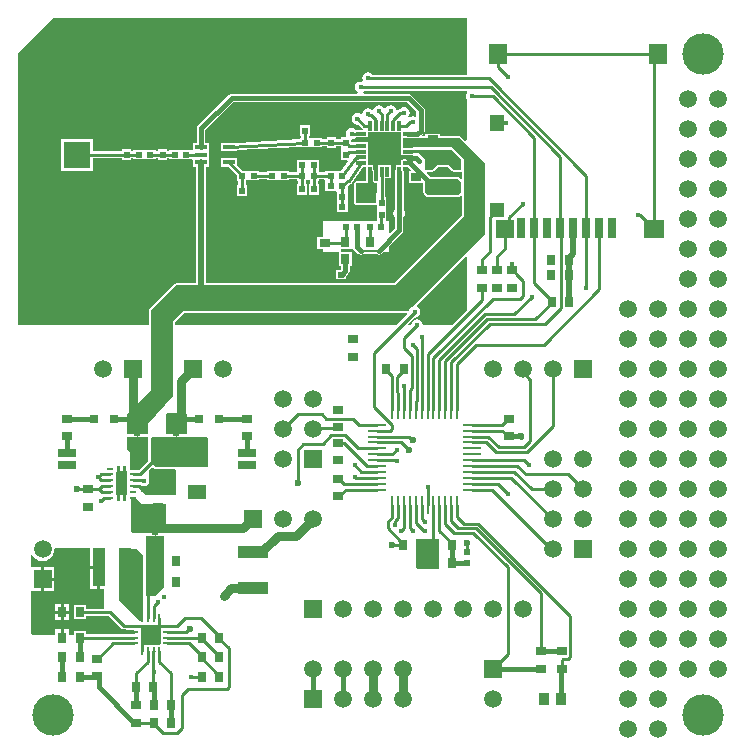
<source format=gtl>
G04*
G04 #@! TF.GenerationSoftware,Altium Limited,Altium Designer,20.1.11 (218)*
G04*
G04 Layer_Physical_Order=1*
G04 Layer_Color=255*
%FSLAX25Y25*%
%MOIN*%
G70*
G04*
G04 #@! TF.SameCoordinates,CF1E9CB3-0BC2-4E6C-9A0D-545EBE8527ED*
G04*
G04*
G04 #@! TF.FilePolarity,Positive*
G04*
G01*
G75*
%ADD11C,0.01000*%
%ADD15R,0.09843X0.03937*%
%ADD30R,0.03150X0.03150*%
%ADD43R,0.03150X0.03543*%
%ADD56C,0.01155*%
%ADD57R,0.02756X0.03543*%
%ADD58R,0.03543X0.02756*%
G04:AMPARAMS|DCode=59|XSize=35.43mil|YSize=78.74mil|CornerRadius=1.95mil|HoleSize=0mil|Usage=FLASHONLY|Rotation=180.000|XOffset=0mil|YOffset=0mil|HoleType=Round|Shape=RoundedRectangle|*
%AMROUNDEDRECTD59*
21,1,0.03543,0.07484,0,0,180.0*
21,1,0.03154,0.07874,0,0,180.0*
1,1,0.00390,-0.01577,0.03742*
1,1,0.00390,0.01577,0.03742*
1,1,0.00390,0.01577,-0.03742*
1,1,0.00390,-0.01577,-0.03742*
%
%ADD59ROUNDEDRECTD59*%
G04:AMPARAMS|DCode=60|XSize=9.84mil|YSize=19.68mil|CornerRadius=1.97mil|HoleSize=0mil|Usage=FLASHONLY|Rotation=270.000|XOffset=0mil|YOffset=0mil|HoleType=Round|Shape=RoundedRectangle|*
%AMROUNDEDRECTD60*
21,1,0.00984,0.01575,0,0,270.0*
21,1,0.00591,0.01968,0,0,270.0*
1,1,0.00394,-0.00787,-0.00295*
1,1,0.00394,-0.00787,0.00295*
1,1,0.00394,0.00787,0.00295*
1,1,0.00394,0.00787,-0.00295*
%
%ADD60ROUNDEDRECTD60*%
G04:AMPARAMS|DCode=61|XSize=9.84mil|YSize=23.62mil|CornerRadius=1.97mil|HoleSize=0mil|Usage=FLASHONLY|Rotation=90.000|XOffset=0mil|YOffset=0mil|HoleType=Round|Shape=RoundedRectangle|*
%AMROUNDEDRECTD61*
21,1,0.00984,0.01968,0,0,90.0*
21,1,0.00591,0.02362,0,0,90.0*
1,1,0.00394,0.00984,0.00295*
1,1,0.00394,0.00984,-0.00295*
1,1,0.00394,-0.00984,-0.00295*
1,1,0.00394,-0.00984,0.00295*
%
%ADD61ROUNDEDRECTD61*%
G04:AMPARAMS|DCode=62|XSize=9.84mil|YSize=23.62mil|CornerRadius=1.97mil|HoleSize=0mil|Usage=FLASHONLY|Rotation=0.000|XOffset=0mil|YOffset=0mil|HoleType=Round|Shape=RoundedRectangle|*
%AMROUNDEDRECTD62*
21,1,0.00984,0.01968,0,0,0.0*
21,1,0.00591,0.02362,0,0,0.0*
1,1,0.00394,0.00295,-0.00984*
1,1,0.00394,-0.00295,-0.00984*
1,1,0.00394,-0.00295,0.00984*
1,1,0.00394,0.00295,0.00984*
%
%ADD62ROUNDEDRECTD62*%
G04:AMPARAMS|DCode=63|XSize=66.93mil|YSize=66.93mil|CornerRadius=2.01mil|HoleSize=0mil|Usage=FLASHONLY|Rotation=0.000|XOffset=0mil|YOffset=0mil|HoleType=Round|Shape=RoundedRectangle|*
%AMROUNDEDRECTD63*
21,1,0.06693,0.06291,0,0,0.0*
21,1,0.06291,0.06693,0,0,0.0*
1,1,0.00402,0.03146,-0.03146*
1,1,0.00402,-0.03146,-0.03146*
1,1,0.00402,-0.03146,0.03146*
1,1,0.00402,0.03146,0.03146*
%
%ADD63ROUNDEDRECTD63*%
%ADD64R,0.06299X0.03150*%
%ADD65R,0.02362X0.01968*%
%ADD66R,0.01968X0.02362*%
%ADD67R,0.04134X0.01772*%
%ADD68R,0.01968X0.01968*%
%ADD69R,0.09000X0.03000*%
%ADD70R,0.01968X0.01968*%
%ADD71R,0.10433X0.10433*%
%ADD72R,0.03347X0.01181*%
%ADD73R,0.01181X0.03347*%
%ADD74O,0.06102X0.00984*%
%ADD75O,0.00984X0.06102*%
%ADD76R,0.06693X0.05906*%
%ADD77R,0.03150X0.06614*%
%ADD78R,0.06299X0.05906*%
%ADD79R,0.05079X0.05118*%
%ADD80R,0.05079X0.05512*%
%ADD81R,0.05906X0.06693*%
%ADD82R,0.03740X0.04134*%
%ADD83R,0.05906X0.04921*%
%ADD84R,0.03937X0.12598*%
%ADD85C,0.03000*%
%ADD86C,0.02100*%
%ADD87C,0.01500*%
%ADD88C,0.00800*%
%ADD89C,0.00000*%
%ADD90R,0.02000X0.00800*%
%ADD91R,0.05906X0.05906*%
%ADD92C,0.05906*%
%ADD93R,0.05906X0.05906*%
%ADD94R,0.08661X0.08661*%
%ADD95C,0.08661*%
%ADD96C,0.01772*%
%ADD97C,0.02362*%
%ADD98C,0.01968*%
%ADD99C,0.02500*%
%ADD100C,0.13780*%
G36*
X291339Y418122D02*
X260019D01*
X259860Y418360D01*
X259236Y418776D01*
X258500Y418923D01*
X257764Y418776D01*
X257140Y418360D01*
X256724Y417736D01*
X256577Y417000D01*
X256724Y416264D01*
X256404Y415842D01*
X256000Y415923D01*
X255264Y415776D01*
X254640Y415360D01*
X254224Y414736D01*
X254077Y414000D01*
X254224Y413264D01*
X254640Y412640D01*
X255035Y412376D01*
X254884Y411876D01*
X213000D01*
X212473Y411772D01*
X212027Y411473D01*
X201802Y401249D01*
X201504Y400802D01*
X201399Y400276D01*
Y395545D01*
X200109D01*
Y393425D01*
X199750Y393084D01*
X196313D01*
X196187Y393084D01*
X195813D01*
X195687Y393084D01*
X192250D01*
Y392685D01*
X191584D01*
Y393250D01*
X188416D01*
Y392685D01*
X187750D01*
Y393084D01*
X184313D01*
X184187Y393084D01*
X183813D01*
X183687Y393084D01*
X180250D01*
Y392685D01*
X179584D01*
Y393250D01*
X176416D01*
Y392669D01*
X166831D01*
Y396831D01*
X156169D01*
Y386169D01*
X166831D01*
Y390268D01*
X176416D01*
Y389687D01*
X179584D01*
Y390284D01*
X180250D01*
Y389916D01*
X183687D01*
X183813Y389916D01*
X184187D01*
X184313Y389916D01*
X187750D01*
Y390284D01*
X188416D01*
Y389687D01*
X191584D01*
Y390284D01*
X192250D01*
Y389916D01*
X195687D01*
X195813Y389916D01*
X196187D01*
X196313Y389916D01*
X199750D01*
X200109Y389576D01*
Y387455D01*
X201093D01*
Y348649D01*
X194500D01*
X194041Y348459D01*
X185541Y339959D01*
X185351Y339500D01*
Y334646D01*
X141732D01*
Y425197D01*
X153543Y437008D01*
X291339D01*
Y418122D01*
D02*
G37*
G36*
X274623Y405930D02*
Y404306D01*
X274183Y404070D01*
X274100Y404125D01*
X273364Y404272D01*
X272628Y404125D01*
X272307Y403911D01*
X271947Y404271D01*
X272276Y404764D01*
X272423Y405500D01*
X272276Y406236D01*
X271860Y406860D01*
X271236Y407276D01*
X270500Y407423D01*
X269764Y407276D01*
X269140Y406860D01*
X268991Y406636D01*
X268856Y406609D01*
X268466Y406349D01*
X268380Y406263D01*
X267838Y406428D01*
X267776Y406736D01*
X267360Y407360D01*
X266736Y407776D01*
X266000Y407923D01*
X265264Y407776D01*
X264640Y407360D01*
X264336Y406904D01*
X264267Y406883D01*
X263799Y406896D01*
X263780Y406904D01*
X263456Y407388D01*
X262833Y407805D01*
X262097Y407951D01*
X261361Y407805D01*
X260737Y407388D01*
X260320Y406764D01*
X260276Y406541D01*
X260098Y406454D01*
X259734Y406379D01*
X259199Y406736D01*
X258463Y406882D01*
X257728Y406736D01*
X257104Y406319D01*
X256687Y405695D01*
X256599Y405254D01*
X256059Y405013D01*
X255720Y405240D01*
X254984Y405386D01*
X254248Y405240D01*
X253624Y404823D01*
X253208Y404199D01*
X253061Y403463D01*
X253208Y402728D01*
X253624Y402104D01*
X254248Y401687D01*
X254984Y401541D01*
X255240Y401591D01*
X256447Y400384D01*
X256448Y400384D01*
X256811Y400141D01*
X256958Y400112D01*
X256909Y399612D01*
X256373D01*
X256323Y399622D01*
X254519D01*
X254360Y399860D01*
X253736Y400276D01*
X253000Y400423D01*
X252264Y400276D01*
X251640Y399860D01*
X251224Y399236D01*
X251077Y398500D01*
X251224Y397764D01*
X251273Y397691D01*
X251037Y397250D01*
X249516D01*
Y396701D01*
X249000D01*
X249000Y396701D01*
X249000Y396701D01*
X247884D01*
Y397213D01*
X244716D01*
Y396701D01*
X243250D01*
Y397084D01*
X239813D01*
X239687Y397084D01*
X239313D01*
X239216Y397084D01*
X238716Y397154D01*
Y397750D01*
X239084D01*
Y401313D01*
X235916D01*
Y397750D01*
X236315D01*
Y397084D01*
X235750D01*
Y396601D01*
X215023Y395421D01*
X214891Y395545D01*
Y395545D01*
X209558D01*
Y392573D01*
X214891D01*
Y393008D01*
X235471Y394180D01*
X235750Y393916D01*
Y393916D01*
X239187D01*
X239313Y393916D01*
X239687D01*
X239813Y393916D01*
X243250D01*
Y394299D01*
X244716D01*
Y393650D01*
X247884D01*
Y394299D01*
X249516D01*
Y393687D01*
X249516D01*
Y393313D01*
X249516D01*
Y389750D01*
X251617D01*
X251849Y389307D01*
X249608Y386084D01*
X248313D01*
X248187Y386084D01*
X247813D01*
X247687Y386084D01*
X244250D01*
Y385701D01*
X242530D01*
X242250Y386201D01*
X242250Y386416D01*
X242250D01*
Y389584D01*
X238813D01*
X238687Y389584D01*
X238313D01*
X238187Y389584D01*
X234750D01*
Y386416D01*
X234750D01*
X234750Y386084D01*
X234470Y385701D01*
X232250D01*
Y386084D01*
X228813D01*
X228687Y386084D01*
X228313D01*
X228187Y386084D01*
X224750D01*
Y385701D01*
X222250D01*
Y386084D01*
X218813D01*
X218687Y386084D01*
X218313D01*
X218187Y386084D01*
X216668D01*
X214891Y387916D01*
Y390427D01*
X209558D01*
Y387455D01*
X211993D01*
X214750Y384612D01*
Y382916D01*
X214966D01*
X215319Y382561D01*
X215311Y381250D01*
X214916D01*
Y377687D01*
X218084D01*
Y381250D01*
X218066D01*
X217714Y381604D01*
X217722Y382916D01*
X218187D01*
X218313Y382916D01*
X218687D01*
X218813Y382916D01*
X222250D01*
Y383299D01*
X224750D01*
Y382916D01*
X228187D01*
X228313Y382916D01*
X228687D01*
X228813Y382916D01*
X232250D01*
Y383299D01*
X234750D01*
Y382916D01*
X234965D01*
X235317Y382561D01*
X235312Y381750D01*
X234916D01*
Y378187D01*
X238084D01*
Y381750D01*
X238068D01*
X237715Y382104D01*
X237721Y382916D01*
X238187D01*
X238313Y382916D01*
X238687D01*
X238813Y382916D01*
X239279D01*
X239284Y382104D01*
X238932Y381750D01*
X238916D01*
Y378187D01*
X242084D01*
Y381750D01*
X241688D01*
X241683Y382561D01*
X242035Y382916D01*
X242250D01*
Y383299D01*
X243969D01*
X244250Y382916D01*
Y382584D01*
X244250D01*
Y379416D01*
X247687D01*
X247825Y379416D01*
X248187Y378916D01*
Y375916D01*
X248187D01*
Y375584D01*
X248187D01*
Y372416D01*
X251750D01*
Y375584D01*
X251750D01*
Y375916D01*
X251750D01*
Y379084D01*
X251750D01*
X251750Y379416D01*
X251750D01*
Y380921D01*
X252671Y381688D01*
X252692Y381714D01*
X252848Y381818D01*
X253005Y382053D01*
X253069Y382113D01*
X256939Y387388D01*
X257888D01*
Y386471D01*
X257807Y386350D01*
X257702Y385823D01*
Y382649D01*
X254500D01*
X254041Y382459D01*
X253851Y382000D01*
Y375500D01*
X254041Y375041D01*
X254500Y374851D01*
X261000D01*
X261416Y374573D01*
Y373687D01*
X261416D01*
Y373313D01*
X261416D01*
Y369750D01*
X261019Y369500D01*
X243500D01*
Y363931D01*
X241628D01*
Y359975D01*
X243500D01*
Y359000D01*
X248790Y359000D01*
Y354274D01*
X249588D01*
Y353369D01*
X249303Y353084D01*
X247687D01*
Y349916D01*
X251250D01*
Y351138D01*
X251938Y351826D01*
X252236Y352273D01*
X252341Y352799D01*
Y354274D01*
X253139D01*
Y359017D01*
X249500D01*
Y359983D01*
X253139D01*
X253139Y359983D01*
X253639Y359993D01*
X253798Y359755D01*
X255027Y358527D01*
X255473Y358228D01*
X256000Y358123D01*
X256527Y358228D01*
X256904Y358480D01*
X261096D01*
X261473Y358228D01*
X262000Y358123D01*
X262527Y358228D01*
X262973Y358527D01*
X263447Y359000D01*
X265500D01*
Y361053D01*
X269876Y365430D01*
X270175Y365876D01*
X270280Y366403D01*
Y370569D01*
X270679Y371167D01*
X270826Y371903D01*
X270679Y372639D01*
X270337Y373151D01*
Y385783D01*
X270337Y385784D01*
X270232Y386310D01*
X270112Y386491D01*
Y387351D01*
X271731D01*
X272689Y386393D01*
X272498Y385931D01*
X272128D01*
Y381975D01*
X276851D01*
Y380944D01*
X276851Y379000D01*
X277041Y378541D01*
X278041Y377541D01*
X278500Y377351D01*
X281500Y377351D01*
X281619Y377400D01*
X285381D01*
X285500Y377351D01*
X288500Y377351D01*
X288797Y377474D01*
X288959Y377541D01*
X289389Y377970D01*
X289851Y377779D01*
X289851Y371269D01*
X267231Y348650D01*
X204458Y348649D01*
Y387455D01*
X205443D01*
Y390014D01*
Y392573D01*
Y395545D01*
X204152D01*
Y399705D01*
X213570Y409124D01*
X271430D01*
X274623Y405930D01*
D02*
G37*
G36*
X291339Y411908D02*
X291224Y411736D01*
X291077Y411000D01*
X291224Y410264D01*
X291339Y410092D01*
Y396233D01*
X290877Y396042D01*
X289459Y397459D01*
X289000Y397649D01*
X282372Y397649D01*
Y398525D01*
X277628D01*
Y397649D01*
X276749D01*
X276558Y398111D01*
X276973Y398527D01*
X277272Y398973D01*
X277377Y399500D01*
Y406500D01*
X277272Y407027D01*
X276973Y407473D01*
X276973Y407473D01*
X272973Y411473D01*
X272527Y411772D01*
X272000Y411876D01*
X257116D01*
X256965Y412376D01*
X257360Y412640D01*
X257519Y412878D01*
X291339D01*
Y411908D01*
D02*
G37*
G36*
X289500Y390000D02*
X289500Y390000D01*
X289500Y386500D01*
X287000Y386500D01*
X285500Y388000D01*
Y390000D01*
X281500D01*
Y388000D01*
X280000Y386500D01*
X277500Y386500D01*
X277500Y390000D01*
X277500Y390000D01*
X277500D01*
X277279Y390220D01*
X277276Y390236D01*
X276860Y390860D01*
X276236Y391276D01*
X276220Y391280D01*
X275500Y392000D01*
X270000D01*
Y392284D01*
X270023Y392400D01*
X270000Y392516D01*
Y393000D01*
X286500D01*
X289500Y390000D01*
D02*
G37*
G36*
X286541Y386041D02*
X286541Y386040D01*
X286541Y386040D01*
X286764Y385948D01*
X287000Y385850D01*
X287000Y385850D01*
X287000Y385850D01*
X289351Y385851D01*
X289753Y385565D01*
X289850Y385455D01*
Y383721D01*
X289389Y383530D01*
X288959Y383959D01*
X288500Y384149D01*
X279269D01*
X278030Y385389D01*
X278221Y385851D01*
X280000Y385850D01*
X280000Y385850D01*
X280000Y385850D01*
X280178Y385924D01*
X280459Y386040D01*
X280459Y386040D01*
X280459Y386041D01*
X281818Y387400D01*
X285182D01*
X286541Y386041D01*
D02*
G37*
G36*
X273721Y388779D02*
X273724Y388764D01*
X274140Y388140D01*
X274764Y387724D01*
X274779Y387721D01*
X279000Y383500D01*
X288500D01*
X289500Y382500D01*
X289500Y379000D01*
X288500Y378000D01*
X285500Y378000D01*
Y380750D01*
X281500D01*
Y378000D01*
X278500Y378000D01*
X277500Y379000D01*
X277500Y380944D01*
Y382500D01*
X272000Y388000D01*
X270112D01*
Y388096D01*
X270000D01*
Y389000D01*
X273500D01*
X273721Y388779D01*
D02*
G37*
G36*
X261000Y375500D02*
X254500D01*
Y382000D01*
X261000D01*
Y375500D01*
D02*
G37*
G36*
X269404Y397129D02*
X269351Y397000D01*
X269351Y395016D01*
X269373Y394962D01*
X269363Y394910D01*
X269365Y394900D01*
X269363Y394890D01*
X269373Y394838D01*
X269351Y394784D01*
Y394000D01*
X269404Y393871D01*
Y393129D01*
X269351Y393000D01*
Y392516D01*
X269373Y392462D01*
X269363Y392410D01*
X269365Y392400D01*
X269363Y392389D01*
X269373Y392338D01*
X269351Y392284D01*
Y392000D01*
X269404Y391871D01*
Y391325D01*
X270018D01*
X270356Y390825D01*
X270301Y390547D01*
X270356Y390269D01*
X270018Y389769D01*
X269404D01*
Y389129D01*
X269351Y389000D01*
Y388096D01*
X267731D01*
Y386471D01*
X267650Y386350D01*
X267545Y385823D01*
X267584Y385625D01*
Y373290D01*
X267544Y373263D01*
X267127Y372639D01*
X266980Y371903D01*
X267127Y371167D01*
X267527Y370569D01*
Y366973D01*
X265962Y365408D01*
X265500Y365600D01*
Y369500D01*
X264981D01*
X264584Y369750D01*
Y373313D01*
X264584D01*
Y373687D01*
X264584D01*
Y377250D01*
X264201D01*
Y383550D01*
X266175D01*
Y388096D01*
X261825D01*
Y385873D01*
X261815Y385823D01*
Y384804D01*
X261799Y384724D01*
Y382872D01*
X260501D01*
X260455Y382939D01*
Y385823D01*
X260350Y386350D01*
X260269Y386471D01*
Y388096D01*
X258596D01*
Y391325D01*
Y395675D01*
X256373D01*
X256323Y395685D01*
X252684D01*
Y396318D01*
X253000Y396577D01*
X253736Y396724D01*
X254360Y397140D01*
X254413Y397221D01*
X256323D01*
X256373Y397231D01*
X258596D01*
Y398904D01*
X269404D01*
Y397129D01*
D02*
G37*
G36*
X289000Y397000D02*
X297500Y388500D01*
X297500Y365000D01*
X273280Y340779D01*
X273264Y340776D01*
X272640Y340360D01*
X272224Y339736D01*
X272221Y339721D01*
X272000Y339500D01*
X197000Y339500D01*
X193500Y336000D01*
X193500Y311011D01*
X185000Y301721D01*
X185000Y298300D01*
X178000D01*
Y301500D01*
X178000D01*
Y302701D01*
Y305000D01*
X178000Y305000D01*
Y305000D01*
X186000Y313000D01*
X186000Y339500D01*
X194500Y348000D01*
X267500Y348000D01*
X290500Y371000D01*
X290500Y390000D01*
X286500Y394000D01*
X270000D01*
Y394784D01*
X270023Y394900D01*
X270000Y395016D01*
X270000Y397000D01*
X289000Y397000D01*
D02*
G37*
G36*
X291339Y357267D02*
Y339525D01*
X286459Y334646D01*
X276756D01*
X276735Y334671D01*
X276589Y335407D01*
X276172Y336031D01*
X275548Y336448D01*
X274812Y336594D01*
X274076Y336448D01*
X273453Y336031D01*
X273036Y335407D01*
X272889Y334671D01*
X272868Y334646D01*
X271997D01*
X271806Y335108D01*
X273812Y337115D01*
X274000Y337077D01*
X274736Y337224D01*
X275360Y337640D01*
X275776Y338264D01*
X275923Y339000D01*
X275776Y339736D01*
X275360Y340360D01*
X274835Y340710D01*
X274677Y341259D01*
X290877Y357458D01*
X291339Y357267D01*
D02*
G37*
G36*
X271445Y338850D02*
X271653Y338351D01*
X267948Y334646D01*
X194149D01*
Y335731D01*
X197269Y338850D01*
X271445Y338850D01*
D02*
G37*
G36*
X198000Y305000D02*
X198000Y298300D01*
X191000D01*
X191000Y305000D01*
X191500Y305500D01*
X197500D01*
X198000Y305000D01*
D02*
G37*
G36*
X205000Y297000D02*
X205000Y287500D01*
X187500D01*
X186000Y289000D01*
Y297000D01*
X186500Y297500D01*
X204500Y297500D01*
X205000Y297000D01*
D02*
G37*
G36*
X185000Y289500D02*
X182000Y286500D01*
X179000Y286500D01*
Y292500D01*
X178000Y293500D01*
Y297500D01*
X185000D01*
Y289500D01*
D02*
G37*
G36*
X177852Y285874D02*
X178148D01*
Y278000D01*
X177852D01*
Y276031D01*
X176868D01*
Y278000D01*
X175884D01*
Y276031D01*
X174900D01*
Y278000D01*
X174604D01*
Y285874D01*
X174900D01*
Y287842D01*
X175884D01*
Y285874D01*
X176868D01*
Y287842D01*
X177852D01*
Y285874D01*
D02*
G37*
G36*
X187139Y287000D02*
X187500Y286851D01*
X194149D01*
X194500Y286500D01*
X194500Y278500D01*
X194000Y278000D01*
X184419Y278000D01*
X182168Y280251D01*
Y280943D01*
X182668Y281210D01*
X182936Y281031D01*
X183672Y280885D01*
X184408Y281031D01*
X185032Y281448D01*
X185449Y282071D01*
X185595Y282807D01*
X185449Y283543D01*
X185423Y283582D01*
Y286337D01*
X186086Y287000D01*
X187139D01*
D02*
G37*
G36*
X180600Y277400D02*
X183000Y275000D01*
X191000Y275000D01*
X191000Y265500D01*
X180000D01*
X179500Y266000D01*
Y277500D01*
X180600D01*
Y277400D01*
D02*
G37*
G36*
X165701Y254500D02*
X168669D01*
Y254000D01*
X169169D01*
Y246701D01*
X170500D01*
Y240122D01*
X164431D01*
Y241372D01*
X160475D01*
Y236628D01*
X164431D01*
Y237878D01*
X172035D01*
X176238Y233676D01*
X176238Y233675D01*
X176602Y233432D01*
X177032Y233347D01*
X177895D01*
X178180Y233000D01*
X180500D01*
Y232000D01*
X178180D01*
X177895Y231653D01*
X164478D01*
Y232872D01*
X160522D01*
Y231500D01*
X158972D01*
Y233272D01*
X154217D01*
Y231500D01*
X153000D01*
Y231500D01*
X146500D01*
X146000Y232000D01*
Y245567D01*
X146047Y246047D01*
X146500Y246047D01*
X149500D01*
Y250000D01*
Y253953D01*
X146500D01*
X146000Y254433D01*
Y258021D01*
X146500Y258121D01*
X146547Y258007D01*
X147181Y257181D01*
X148007Y256547D01*
X148968Y256149D01*
X150000Y256013D01*
X151032Y256149D01*
X151993Y256547D01*
X152819Y257181D01*
X153453Y258007D01*
X153851Y258968D01*
X153987Y260000D01*
X153971Y260124D01*
X154300Y260500D01*
X165701D01*
Y254500D01*
D02*
G37*
G36*
X282000Y253500D02*
X275000D01*
X274500Y254000D01*
X274500Y263500D01*
X282000D01*
Y253500D01*
D02*
G37*
G36*
X190500Y264500D02*
Y247500D01*
X187500Y244500D01*
X184500D01*
Y264500D01*
X190500Y264500D01*
D02*
G37*
G36*
X183500Y258000D02*
Y236000D01*
X182500D01*
X175500Y243000D01*
Y260000D01*
X181500D01*
X183500Y258000D01*
D02*
G37*
%LPC*%
G36*
X153953Y253953D02*
X150500D01*
Y250500D01*
X153953D01*
Y253953D01*
D02*
G37*
G36*
X168169Y253500D02*
X165701D01*
Y246701D01*
X168169D01*
Y253500D01*
D02*
G37*
G36*
X153953Y249500D02*
X150500D01*
Y246047D01*
X153953D01*
Y249500D01*
D02*
G37*
G36*
X158925Y241772D02*
X157047D01*
Y239500D01*
X158925D01*
Y241772D01*
D02*
G37*
G36*
X156047D02*
X154169D01*
Y239500D01*
X156047D01*
Y241772D01*
D02*
G37*
G36*
X158925Y238500D02*
X157047D01*
Y236228D01*
X158925D01*
Y238500D01*
D02*
G37*
G36*
X156047D02*
X154169D01*
Y236228D01*
X156047D01*
Y238500D01*
D02*
G37*
%LPD*%
D11*
X274674Y309256D02*
Y326826D01*
X274406Y308988D02*
X274674Y309256D01*
X274406Y306500D02*
Y308988D01*
X273500Y328000D02*
X274674Y326826D01*
X273172Y313672D02*
Y324328D01*
X272437Y312937D02*
X273172Y313672D01*
X270500Y327000D02*
X273172Y324328D01*
X272437Y306500D02*
Y312937D01*
X270468Y314292D02*
X270484Y314308D01*
X270468Y306500D02*
Y314292D01*
X268098Y317252D02*
X270453Y319606D01*
X268098Y312496D02*
Y317252D01*
Y312496D02*
X268500Y312094D01*
Y306500D02*
Y312094D01*
X266531Y306500D02*
Y317622D01*
X264547Y319606D02*
X266531Y317622D01*
X260500Y307500D02*
X266500Y301500D01*
X261512Y299512D02*
X265914D01*
X266500Y300098D01*
Y301500D01*
X301575Y357575D02*
X304051Y360051D01*
X301575Y352917D02*
Y357575D01*
X304051Y360051D02*
Y366571D01*
X305579Y368099D01*
X313933Y366925D02*
Y397067D01*
Y348614D02*
Y366925D01*
Y348614D02*
X320047Y342500D01*
X300000Y343500D02*
X309000D01*
X310000Y344500D02*
Y349492D01*
X309000Y343500D02*
X310000Y344500D01*
X307769Y351723D02*
X310000Y349492D01*
X307310Y338310D02*
X313000Y344000D01*
X297629Y338310D02*
X307310D01*
X317362Y335000D02*
X322700Y340338D01*
X322594Y366925D02*
Y390746D01*
X322700Y340338D02*
Y366820D01*
X322594Y366925D02*
X322700Y366820D01*
X314202Y336655D02*
X320047Y342500D01*
X298314Y336655D02*
X314202D01*
X288185Y306500D02*
Y321845D01*
X294340Y328000D01*
X284248Y322588D02*
X298314Y336655D01*
X284248Y306500D02*
Y322588D01*
X278343Y324942D02*
X296575Y343175D01*
Y347012D01*
X278343Y306500D02*
Y324942D01*
X353500Y366571D02*
X353894D01*
X351125Y368946D02*
X353500Y366571D01*
X351125Y368946D02*
Y369340D01*
X349082Y371382D02*
X351125Y369340D01*
X348618Y371382D02*
X349082D01*
X348500Y371500D02*
X348618Y371382D01*
X310000Y375000D02*
X310000D01*
X305579Y368099D02*
Y370580D01*
X310000Y375000D01*
X301925Y420575D02*
Y425035D01*
Y420575D02*
X305000Y417500D01*
X301512Y402201D02*
X301713Y402000D01*
X304500D01*
X280311Y306500D02*
Y323811D01*
X300000Y343500D01*
X306575Y352917D02*
X306968D01*
X307769Y352117D01*
Y351723D02*
Y352117D01*
X276501Y330151D02*
Y330587D01*
X276619Y330705D01*
X276374Y330024D02*
X276501Y330151D01*
X273500Y328000D02*
X273500D01*
X270500Y327000D02*
Y330500D01*
X276374Y306500D02*
Y330024D01*
X274567Y334427D02*
X274812Y334671D01*
X260500Y325500D02*
X274000Y339000D01*
X260500Y307500D02*
Y308500D01*
Y325500D01*
X270500Y330500D02*
X274427Y334427D01*
X274567D01*
X272434Y402349D02*
X273364D01*
X254984Y403463D02*
X255007Y403440D01*
Y403411D02*
Y403440D01*
Y403411D02*
X257241Y401177D01*
X259079D01*
X253500Y398500D02*
X253579Y398421D01*
X256323D01*
X253000Y398500D02*
X253500D01*
X258581Y404842D02*
X259343D01*
X262097Y405862D02*
Y406029D01*
X258463Y404959D02*
X258581Y404842D01*
X262097Y405862D02*
X263016Y404943D01*
X259343Y404842D02*
X261034Y403151D01*
X254031Y287968D02*
X256260Y285740D01*
X254000Y287968D02*
X254031D01*
X300000Y411000D02*
X313933Y397067D01*
X293000Y411000D02*
X300000D01*
X331256Y366925D02*
Y384425D01*
X256000Y414000D02*
X299341D01*
X322594Y390746D01*
X298681Y417000D02*
X331256Y384425D01*
X258500Y417000D02*
X298681D01*
X264984Y404984D02*
X266000Y406000D01*
X263016Y401177D02*
Y404943D01*
X282279Y306500D02*
Y322961D01*
X297629Y338310D01*
X286216Y322217D02*
X299000Y335000D01*
X286216Y306500D02*
Y322217D01*
X299000Y335000D02*
X317362D01*
X294340Y328000D02*
X317000D01*
X331256Y347256D02*
Y366925D01*
X331000Y347000D02*
X331256Y347256D01*
X317000Y328000D02*
X335587Y346587D01*
Y366925D01*
X306500Y352992D02*
X306575Y352917D01*
X306500Y352992D02*
Y355000D01*
X296575Y352917D02*
Y356575D01*
X299000Y359000D01*
X301512Y373047D02*
Y373067D01*
X299000Y370535D02*
X301512Y373047D01*
X299000Y359000D02*
Y370535D01*
X353894Y366571D02*
Y423854D01*
X355075Y425035D01*
X301925D02*
X355075D01*
X266966Y403151D02*
X269315Y405500D01*
X270500D01*
X156595Y233914D02*
X157180Y234500D01*
X162500Y230500D02*
X162531Y230532D01*
X170500Y234500D02*
X172500Y232500D01*
X170516Y277016D02*
X172636D01*
X169500Y276000D02*
X170516Y277016D01*
X169921Y278984D02*
X172636D01*
X168709Y283791D02*
Y284000D01*
Y283791D02*
X169579Y282921D01*
X168709Y284000D02*
X169599Y284890D01*
X172636D01*
X169579Y282921D02*
X172636D01*
X172152Y280955D02*
X172154Y280953D01*
X172636D01*
X169955Y280955D02*
X172152D01*
X183059Y226004D02*
X183067Y226012D01*
Y228571D01*
X177032Y234469D02*
X180500D01*
X180508Y234461D01*
X183067D01*
X180116Y277016D02*
X180593D01*
X180600Y277008D01*
Y276532D02*
Y277008D01*
Y276532D02*
X183171Y273961D01*
X180116Y284890D02*
X182390D01*
X180116Y280953D02*
X180124Y280945D01*
X182181D01*
X180116Y282921D02*
X183421D01*
X187000Y202047D02*
X187047Y202000D01*
Y201606D02*
Y202000D01*
X186953Y214000D02*
X186988Y214035D01*
Y225996D02*
X186996Y226004D01*
X188957Y234461D02*
X188957Y234461D01*
X187980Y233484D02*
X188957Y234461D01*
Y237020D02*
X188965Y237028D01*
X188957Y234461D02*
Y237020D01*
X186996Y240996D02*
X188500Y242500D01*
X188547Y248606D02*
Y249000D01*
X187213Y289713D02*
Y289988D01*
X188091Y290866D01*
X188484D01*
X196409Y211288D02*
X198621Y213500D01*
X194968Y234469D02*
X197500Y237000D01*
X197733Y232500D02*
X198733Y233500D01*
X199000D01*
X203047Y230106D02*
Y230500D01*
X203016Y230532D02*
X203047Y230500D01*
X211414Y213500D02*
X212000Y214086D01*
X208953Y217500D02*
Y217894D01*
Y230106D02*
Y230894D01*
Y230106D02*
X212000Y227059D01*
X235000Y293027D02*
X236973Y295000D01*
X248500Y277547D02*
X248894D01*
X254181Y284181D02*
X254598Y283764D01*
X248894Y283453D02*
X250551Y281795D01*
X248500Y283453D02*
X248894D01*
X261504Y285740D02*
X261512Y285732D01*
X261034Y401190D02*
X261047Y401177D01*
X269169Y262772D02*
X269169D01*
X270047Y261894D01*
Y261500D02*
Y261894D01*
X266500Y261500D02*
X270047D01*
X266500Y261500D02*
X266500Y261500D01*
X265000Y266941D02*
Y269121D01*
X266531Y270653D01*
X267500Y269500D02*
X268500Y270500D01*
X267500Y268000D02*
Y269500D01*
X269500Y266000D02*
X270468Y266968D01*
X266638Y291638D02*
X268000Y293000D01*
X267831Y289669D02*
X268000Y289500D01*
X266953Y401177D02*
X266966Y401190D01*
X268921Y401177D02*
X271263D01*
X277126Y266000D02*
X277563D01*
X274406Y268720D02*
X277126Y266000D01*
X276382Y270118D02*
X277500Y269000D01*
X276374Y274807D02*
X276382Y274799D01*
X278343Y280842D02*
X278500Y281000D01*
X273276Y296500D02*
X273500D01*
X286453Y261500D02*
Y261894D01*
X284248Y268252D02*
X287000Y265500D01*
X291500Y259043D02*
Y262000D01*
X290500Y268500D02*
X295121D01*
X288500Y267000D02*
X294500D01*
X300000Y220000D02*
X300047Y220047D01*
X305106Y297547D02*
X305500D01*
X305106Y303453D02*
X305500D01*
X323000Y222889D02*
X323586Y223475D01*
X325227D01*
X323000Y220047D02*
Y222889D01*
X156595Y230500D02*
Y233914D01*
X161547Y279953D02*
X165000D01*
X161500Y280000D02*
X161547Y279953D01*
X168953D02*
X169955Y280955D01*
X168953Y279953D02*
X169921Y278984D01*
X181047Y214000D02*
Y218547D01*
X182181Y280945D02*
X183260Y279866D01*
X187047Y201606D02*
X190092Y198561D01*
X186988Y214035D02*
Y225996D01*
X185028Y222528D02*
Y226004D01*
X188965Y222535D02*
Y226004D01*
X186996Y237028D02*
Y240996D01*
X185028Y237028D02*
Y245087D01*
X188547Y248606D01*
X186012Y231516D02*
X187980Y233484D01*
X196409Y200233D02*
Y211288D01*
X194737Y198561D02*
X196409Y200233D01*
X192953Y208000D02*
Y218547D01*
X203047Y223606D02*
Y224000D01*
Y224394D01*
X212000Y214086D02*
Y227059D01*
X208953Y224000D02*
Y224394D01*
X243342Y295000D02*
X246273Y297931D01*
X243000Y305000D02*
X244500Y303500D01*
X248894Y277547D02*
X251173Y279827D01*
X250727Y297931D02*
X255052Y293606D01*
X258291Y287709D02*
X261504D01*
X261512Y287701D01*
Y295575D02*
X261520Y295567D01*
X261034Y401190D02*
Y403151D01*
X265000Y266941D02*
X269169Y262772D01*
X266531Y270653D02*
Y274807D01*
X268500Y270500D02*
Y274807D01*
X270468Y266968D02*
Y274807D01*
X270453Y319606D02*
Y320000D01*
X264547Y319606D02*
Y320000D01*
X266966Y401190D02*
Y403151D01*
X271263Y401177D02*
X272434Y402349D01*
X278343Y274807D02*
Y280842D01*
X274406Y268720D02*
Y274807D01*
X276382Y270118D02*
Y274799D01*
X286216Y269284D02*
Y274807D01*
X284248Y268252D02*
Y274807D01*
X282279Y266067D02*
Y274807D01*
Y266067D02*
X286453Y261894D01*
X297925Y295575D02*
X301000Y292500D01*
X298457Y297543D02*
X302000Y294000D01*
X308299Y287701D02*
X311000Y285000D01*
X310000Y318962D02*
Y320000D01*
X312500Y296000D02*
Y316461D01*
X325227Y223475D02*
X325872Y224119D01*
X235000Y282175D02*
Y293027D01*
X305000Y225000D02*
Y254000D01*
X316000Y225953D02*
Y245500D01*
X325872Y224119D02*
Y237750D01*
X190092Y198561D02*
X194737D01*
X181000Y202047D02*
X187000D01*
X181047Y218547D02*
X185028Y222528D01*
X188965Y222535D02*
X192953Y218547D01*
X168000Y223453D02*
X168394D01*
X183067Y228571D02*
X184043Y229547D01*
X173504Y228563D02*
X180500D01*
X191524Y234469D02*
X194968D01*
X172500Y232500D02*
X180500D01*
X172500Y239000D02*
X177032Y234469D01*
X191516Y234461D02*
X191524Y234469D01*
X188957Y234461D02*
X191516D01*
X183067D02*
X184043Y233484D01*
X183171Y273961D02*
X188484D01*
X183535Y282807D02*
X183672D01*
X183421Y282921D02*
X183535Y282807D01*
X192000Y283000D02*
X192366Y282634D01*
X198621Y213500D02*
X211414D01*
X199500Y217500D02*
X199500Y217500D01*
X203047D01*
X207882Y218772D02*
X208075D01*
X208953Y217894D01*
X203047Y230106D02*
X207882Y225272D01*
X208075D01*
X197500Y237000D02*
X202846D01*
X236973Y295000D02*
X243342D01*
X248500Y295453D02*
X250547D01*
X246273Y297931D02*
X250727D01*
X240000Y300000D02*
X240274Y300274D01*
X248226D01*
X248500Y300547D01*
X235000Y305000D02*
X243000D01*
X288185Y270815D02*
X290500Y268500D01*
X286216Y269284D02*
X288500Y267000D01*
X272437Y267063D02*
X273500Y266000D01*
X280311Y274807D02*
X280319Y274799D01*
X261512Y289669D02*
X267831D01*
X261512Y291638D02*
X266638D01*
X272233Y297543D02*
X273276Y296500D01*
X261512Y297543D02*
X272233D01*
X319500Y260000D02*
X320000D01*
X293205Y285732D02*
X307268D01*
X293205Y283764D02*
X306236D01*
X293205Y281795D02*
X301705D01*
X301000Y292500D02*
X311500D01*
X302000Y294000D02*
X310500D01*
X293205Y289669D02*
X310331D01*
X293205Y297543D02*
X298457D01*
X293205Y299512D02*
X303142D01*
X305106Y297547D01*
X293205Y301480D02*
X303134D01*
X305106Y303453D01*
X310000Y318962D02*
X312500Y316461D01*
X184043Y233484D02*
X186012Y231516D01*
X184043Y229547D02*
X186012Y231516D01*
X188484Y279866D02*
X192366D01*
X183260D02*
X188484D01*
X182390Y284890D02*
X187213Y289713D01*
X165000Y279953D02*
X168953D01*
X192366Y279866D02*
Y282634D01*
X203047Y223606D02*
X207882Y218772D01*
X208075Y225272D02*
X208953Y224394D01*
X202846Y237000D02*
X208953Y230894D01*
X244500Y303500D02*
X253500D01*
X255520Y301480D01*
X230000Y300000D02*
X235000Y305000D01*
X288185Y270815D02*
Y274807D01*
X272437Y267063D02*
Y274807D01*
X280319Y261500D02*
Y274799D01*
X269433Y295567D02*
X272000Y293000D01*
X261520Y295567D02*
X269433D01*
X264984Y401177D02*
Y404984D01*
X300047Y220047D02*
X305000Y225000D01*
X293205Y287701D02*
X308299D01*
X310331Y289669D02*
X312000Y288000D01*
X307268Y285732D02*
X313000Y280000D01*
X320000D01*
X306236Y283764D02*
X320000Y270000D01*
X301705Y281795D02*
X305000Y278500D01*
X293205Y279827D02*
X299673D01*
X310500Y294000D02*
X312500Y296000D01*
X320000Y301000D02*
Y320000D01*
X311500Y292500D02*
X320000Y301000D01*
X293205Y295575D02*
X297925D01*
X325000Y285000D02*
X330000Y280000D01*
X168394Y223453D02*
X173504Y228563D01*
X198878D02*
X203047Y224394D01*
X250547Y295453D02*
X258291Y287709D01*
X294500Y267000D02*
X316000Y245500D01*
X293500Y265500D02*
X305000Y254000D01*
X299673Y279827D02*
X319500Y260000D01*
X191524Y230532D02*
X203016D01*
X191524Y228563D02*
X198878D01*
X162531Y230532D02*
X180500D01*
X191524Y232500D02*
X197733D01*
X157180Y234500D02*
X170500D01*
X162453Y239000D02*
X172500D01*
X256260Y285740D02*
X261504D01*
X250551Y281795D02*
X261512D01*
X254598Y283764D02*
X261512D01*
X255052Y293606D02*
X261512D01*
X255520Y301480D02*
X261512D01*
X287000Y265500D02*
X293500D01*
X311000Y285000D02*
X325000D01*
X251173Y279827D02*
X261512D01*
X295121Y268500D02*
X325872Y237750D01*
D15*
X220000Y247094D02*
D03*
Y258906D02*
D03*
D30*
X173748Y303500D02*
D03*
X167252D02*
D03*
X202252D02*
D03*
X208748D02*
D03*
D43*
X250965Y362354D02*
D03*
X259035D02*
D03*
X250965Y356646D02*
D03*
X259035D02*
D03*
D56*
X212224Y388941D02*
X212319Y388712D01*
X251903Y382611D02*
X252101Y382822D01*
X254516Y390339D02*
X253683Y389842D01*
X249000Y395500D02*
X251068D01*
X241469D02*
X249000D01*
X249000Y395500D02*
X249000Y395500D01*
X251068D02*
X251100Y395468D01*
Y391531D02*
Y391728D01*
X251507Y392135D01*
X251704D01*
X252084Y392516D01*
X256323D01*
X251704Y394865D02*
X252084Y394484D01*
X256323D01*
X182016Y391484D02*
X182032Y391500D01*
X189984Y391484D02*
X190000Y391469D01*
X190016Y391484D01*
X197968Y391500D02*
X197968Y391500D01*
X216500Y379468D02*
X216531Y384500D01*
X236500Y379969D02*
X236531Y384500D01*
X240469D02*
X240500Y379969D01*
X236531Y384500D02*
X236531Y384500D01*
X240469Y384500D02*
X240469Y384500D01*
X237500Y399532D02*
X237516Y399516D01*
Y395516D02*
Y399516D01*
Y395516D02*
X237531Y395500D01*
X246031Y381000D02*
Y384500D01*
X251097Y367368D02*
X251228Y367500D01*
X254516Y390339D02*
X256323Y390547D01*
X259032Y367500D02*
X259033Y367498D01*
X262968Y367500D02*
X262984Y367516D01*
Y371516D02*
X263000Y371532D01*
Y384724D02*
X263016Y384740D01*
X212224Y388941D02*
X216531Y384500D01*
X236531Y384500D02*
Y388000D01*
X240469Y384500D02*
Y388000D01*
X250563Y361953D02*
X250965Y362354D01*
X251097Y362486D02*
Y367368D01*
X250965Y362354D02*
X251097Y362486D01*
X252101Y382822D02*
X256323Y388579D01*
X259033Y362356D02*
X259035Y362354D01*
X259033Y362356D02*
Y367498D01*
X262984Y367516D02*
Y371516D01*
X263016Y384740D02*
Y385823D01*
X263000Y375468D02*
Y384724D01*
X161500Y391500D02*
X161531Y391469D01*
X178016Y391484D02*
X182016D01*
X178000Y391469D02*
X178016Y391484D01*
X185984D02*
X189984D01*
X185968Y391500D02*
X185984Y391484D01*
X194016Y391484D02*
X194032Y391500D01*
X190016Y391484D02*
X194016D01*
X220468Y384500D02*
X226532Y384500D01*
X240469Y384500D02*
X246031D01*
X230469Y384500D02*
X236531Y384500D01*
X249969Y381000D02*
X249969Y381000D01*
X249969Y381000D02*
X251903Y382611D01*
X241469Y395500D02*
X241484Y395484D01*
X244000Y361953D02*
X250563D01*
X249969Y377500D02*
Y381000D01*
X249969Y384500D02*
X253683Y389842D01*
X249969Y374000D02*
Y377500D01*
X161531Y391469D02*
X178000D01*
X197968Y391500D02*
X202776D01*
X212224Y394059D02*
X237531Y395500D01*
D57*
X325553Y356500D02*
D03*
X319647D02*
D03*
X265953Y380500D02*
D03*
X260047D02*
D03*
X270047Y261500D02*
D03*
X275953D02*
D03*
X156547Y224000D02*
D03*
X162453D02*
D03*
X162453Y217500D02*
D03*
X156547D02*
D03*
X162453Y239000D02*
D03*
X156547D02*
D03*
X162500Y230500D02*
D03*
X156595D02*
D03*
X181047Y214000D02*
D03*
X186953D02*
D03*
X192953Y208000D02*
D03*
X187047D02*
D03*
X187047Y202000D02*
D03*
X192953D02*
D03*
X194453Y256000D02*
D03*
X188547D02*
D03*
X194453Y249000D02*
D03*
X188547D02*
D03*
X208953Y217500D02*
D03*
X203047D02*
D03*
X208953Y224000D02*
D03*
X203047D02*
D03*
X208953Y230500D02*
D03*
X203047D02*
D03*
X319747Y342500D02*
D03*
X325653D02*
D03*
X319647Y351300D02*
D03*
X325553D02*
D03*
X286453Y261500D02*
D03*
X280547D02*
D03*
X286405Y255500D02*
D03*
X280500D02*
D03*
X264547Y320000D02*
D03*
X270453D02*
D03*
D58*
X165000Y274047D02*
D03*
Y279953D02*
D03*
X181000Y202047D02*
D03*
Y207953D02*
D03*
X188484Y279866D02*
D03*
Y273961D02*
D03*
X188484Y284961D02*
D03*
Y290866D02*
D03*
X244000Y356047D02*
D03*
Y361953D02*
D03*
X253500Y329953D02*
D03*
Y324047D02*
D03*
X301575Y347012D02*
D03*
Y352917D02*
D03*
X306575Y347012D02*
D03*
Y352917D02*
D03*
X316000Y220047D02*
D03*
Y225953D02*
D03*
X323000Y220047D02*
D03*
Y225953D02*
D03*
X248500Y283453D02*
D03*
Y277547D02*
D03*
Y300547D02*
D03*
Y306453D02*
D03*
X296575Y347012D02*
D03*
Y352917D02*
D03*
X158000Y303453D02*
D03*
Y297547D02*
D03*
X168000Y217547D02*
D03*
Y223453D02*
D03*
X218000Y303453D02*
D03*
Y297547D02*
D03*
X248500Y295453D02*
D03*
Y289547D02*
D03*
X305500Y303453D02*
D03*
Y297547D02*
D03*
X280000Y396547D02*
D03*
Y402453D02*
D03*
X274500Y383953D02*
D03*
Y378047D02*
D03*
D59*
X176376Y281937D02*
D03*
D60*
X172636Y277016D02*
D03*
Y278984D02*
D03*
Y280953D02*
D03*
Y282921D02*
D03*
Y284890D02*
D03*
Y286858D02*
D03*
X180116D02*
D03*
Y284890D02*
D03*
Y282921D02*
D03*
Y280953D02*
D03*
Y278984D02*
D03*
Y277016D02*
D03*
D61*
X180500Y234469D02*
D03*
Y232500D02*
D03*
Y230532D02*
D03*
Y228563D02*
D03*
X191524D02*
D03*
Y230532D02*
D03*
Y232500D02*
D03*
Y234469D02*
D03*
D62*
X183059Y226004D02*
D03*
X185028D02*
D03*
X186996D02*
D03*
X188965D02*
D03*
Y237028D02*
D03*
X186996D02*
D03*
X185028D02*
D03*
X183059D02*
D03*
D63*
X186012Y231516D02*
D03*
D64*
X181500Y299800D02*
D03*
Y296000D02*
D03*
X187500Y263100D02*
D03*
Y266900D02*
D03*
X194500Y299800D02*
D03*
Y296000D02*
D03*
X158000Y291900D02*
D03*
Y288100D02*
D03*
X218000Y291900D02*
D03*
Y288100D02*
D03*
D65*
X185968Y391500D02*
D03*
X182032D02*
D03*
X194032Y391500D02*
D03*
X197968D02*
D03*
X220468Y384500D02*
D03*
X216531D02*
D03*
X226532Y384500D02*
D03*
X230469D02*
D03*
X240469Y384500D02*
D03*
X236531D02*
D03*
X236531Y388000D02*
D03*
X240469D02*
D03*
X241469Y395500D02*
D03*
X237531D02*
D03*
X246031Y374000D02*
D03*
X249969D02*
D03*
X249969Y384500D02*
D03*
X246031D02*
D03*
X249969Y381000D02*
D03*
X246031D02*
D03*
X259032Y367500D02*
D03*
X262968D02*
D03*
X246031Y377500D02*
D03*
X249969D02*
D03*
X245532Y351500D02*
D03*
X249468D02*
D03*
D66*
X190000Y391469D02*
D03*
Y387531D02*
D03*
X236500Y376031D02*
D03*
Y379969D02*
D03*
X237500Y399532D02*
D03*
Y403469D02*
D03*
X263000Y371532D02*
D03*
Y375468D02*
D03*
X178000Y391469D02*
D03*
Y387531D02*
D03*
X216500Y379468D02*
D03*
Y375532D02*
D03*
X240500Y376031D02*
D03*
Y379969D02*
D03*
X251100Y391531D02*
D03*
Y395468D02*
D03*
X246300Y395431D02*
D03*
Y399369D02*
D03*
D67*
X212224Y388941D02*
D03*
Y391500D02*
D03*
Y394059D02*
D03*
X202776D02*
D03*
Y391500D02*
D03*
Y388941D02*
D03*
D68*
X251228Y367500D02*
D03*
X254772D02*
D03*
D69*
X283500Y379500D02*
D03*
Y389500D02*
D03*
D70*
X291500Y259043D02*
D03*
Y255500D02*
D03*
D71*
X264000Y393500D02*
D03*
D72*
X256323Y388579D02*
D03*
Y390547D02*
D03*
Y392516D02*
D03*
Y394484D02*
D03*
Y396453D02*
D03*
Y398421D02*
D03*
X271677D02*
D03*
Y396453D02*
D03*
Y394484D02*
D03*
Y392516D02*
D03*
Y390547D02*
D03*
Y388579D02*
D03*
D73*
X259079Y401177D02*
D03*
X261047D02*
D03*
X263016D02*
D03*
X264984D02*
D03*
X266953D02*
D03*
X268921D02*
D03*
Y385823D02*
D03*
X266953D02*
D03*
X264984D02*
D03*
X263016D02*
D03*
X261047D02*
D03*
X259079D02*
D03*
D74*
X261512Y279827D02*
D03*
Y281795D02*
D03*
Y283764D02*
D03*
Y285732D02*
D03*
Y287701D02*
D03*
Y289669D02*
D03*
Y291638D02*
D03*
Y293606D02*
D03*
Y295575D02*
D03*
Y297543D02*
D03*
Y299512D02*
D03*
Y301480D02*
D03*
X293205D02*
D03*
Y299512D02*
D03*
Y297543D02*
D03*
Y295575D02*
D03*
Y293606D02*
D03*
Y291638D02*
D03*
Y289669D02*
D03*
Y287701D02*
D03*
Y285732D02*
D03*
Y283764D02*
D03*
Y281795D02*
D03*
Y279827D02*
D03*
D75*
X266531Y306500D02*
D03*
X268500D02*
D03*
X270468D02*
D03*
X272437D02*
D03*
X274406D02*
D03*
X276374D02*
D03*
X278343D02*
D03*
X280311D02*
D03*
X282279D02*
D03*
X284248D02*
D03*
X286216D02*
D03*
X288185D02*
D03*
Y274807D02*
D03*
X286216D02*
D03*
X284248D02*
D03*
X282279D02*
D03*
X280311D02*
D03*
X278343D02*
D03*
X276374D02*
D03*
X274406D02*
D03*
X272437D02*
D03*
X270468D02*
D03*
X268500D02*
D03*
X266531D02*
D03*
D76*
X353894Y366571D02*
D03*
D77*
X339917Y366925D02*
D03*
X335587D02*
D03*
X331256D02*
D03*
X326925D02*
D03*
X322594D02*
D03*
X318264D02*
D03*
X313933D02*
D03*
X309602D02*
D03*
D78*
X304051Y366571D02*
D03*
D79*
X301512Y373067D02*
D03*
D80*
Y402201D02*
D03*
D81*
X301925Y425035D02*
D03*
X355075D02*
D03*
D82*
X322756Y210000D02*
D03*
X317244D02*
D03*
D83*
X201500Y279087D02*
D03*
Y289913D02*
D03*
D84*
X177331Y254000D02*
D03*
X168669D02*
D03*
D85*
X212920Y246920D02*
X219826D01*
X220000Y247094D01*
X210352Y244352D02*
X212920Y246920D01*
X220000Y258906D02*
X222953D01*
X228456Y264409D01*
X234409D01*
X240000Y270000D01*
X187500Y266900D02*
X188500D01*
X180000Y303500D02*
Y320000D01*
X196000Y303500D02*
Y316000D01*
X260000Y210000D02*
Y220000D01*
X270000Y210000D02*
Y220000D01*
X216900Y266900D02*
X220000Y270000D01*
X188500Y266900D02*
X216900D01*
X196000Y316000D02*
X200000Y320000D01*
D86*
X326925Y358266D02*
Y366925D01*
X325553Y356500D02*
X325881Y356828D01*
Y357222D01*
X326925Y358266D01*
X325618Y351365D02*
Y356434D01*
X325553Y356500D02*
X325618Y356434D01*
X325500Y351247D02*
X325618Y351365D01*
X325500Y342653D02*
X325653Y342500D01*
X325500Y342653D02*
Y351247D01*
X202776Y344776D02*
Y388941D01*
X202500Y344500D02*
X202776Y344776D01*
D87*
X272000Y410500D02*
X276000Y406500D01*
X202776Y400276D02*
X213000Y410500D01*
X272000D01*
X271705Y390519D02*
X274481D01*
X275500Y389500D01*
X268903Y366403D02*
Y371903D01*
X262000Y359500D02*
X268903Y366403D01*
X254772Y360728D02*
Y367500D01*
Y360728D02*
X256000Y359500D01*
X268961Y371961D02*
Y385784D01*
X268903Y371903D02*
X268961Y371961D01*
X201000Y345500D02*
X201276Y345776D01*
X271677Y398421D02*
X274921D01*
X276000Y399500D02*
Y406500D01*
X274921Y398421D02*
X276000Y399500D01*
X202776Y394059D02*
Y400276D01*
X249468Y351500D02*
X249665D01*
X250965Y352799D01*
Y356646D01*
X156547Y217500D02*
X156547Y217500D01*
X158000Y291900D02*
X158000Y291900D01*
X162453Y217500D02*
X162476Y217524D01*
Y230476D02*
X162500Y230500D01*
X180606Y202047D02*
X181000D01*
X186953Y214000D02*
X187000Y213953D01*
X188484Y266915D02*
X188500Y266900D01*
X218000Y291900D02*
X218000Y291900D01*
X259079Y382400D02*
X259419Y382060D01*
Y381128D02*
Y382060D01*
Y381128D02*
X260047Y380500D01*
X271677Y390547D02*
X271705Y390519D01*
X286429Y261476D02*
X286453Y261500D01*
X305500Y297547D02*
X309453D01*
X309500Y297500D01*
X322756Y210000D02*
X322878Y210122D01*
Y219925D02*
X323000Y220047D01*
X156547Y217500D02*
Y224000D01*
X158000Y303453D02*
X158024Y303476D01*
X162453Y224000D02*
X162476Y224024D01*
X181000Y207953D02*
X181024Y207976D01*
Y213976D01*
X187000Y208047D02*
X187047Y208000D01*
X187000Y208047D02*
Y213953D01*
X188547Y249000D02*
Y256000D01*
X188484Y266915D02*
Y273961D01*
X192953Y202000D02*
Y208000D01*
X192953Y208000D02*
X192953Y208000D01*
X217976Y303476D02*
X218000Y303453D01*
X250000Y210000D02*
Y220000D01*
X259079Y382400D02*
Y385823D01*
X268921D02*
X268961Y385784D01*
X286405Y255500D02*
X286429Y255524D01*
X322878Y210122D02*
Y219925D01*
X158000Y291900D02*
Y297547D01*
X162476Y224024D02*
Y230476D01*
X188547Y256000D02*
Y261851D01*
X218000Y291900D02*
Y297547D01*
X286429Y255524D02*
Y261476D01*
X168000Y217547D02*
X168106D01*
X168734Y216919D01*
X167976Y217524D02*
X168000Y217547D01*
X280319Y261500D02*
X280524Y261295D01*
X280319Y261500D02*
X280547D01*
X280547Y261500D01*
X300047Y220047D02*
X316000D01*
Y225953D02*
X323000D01*
X168734Y213919D02*
Y216919D01*
Y213919D02*
X180606Y202047D01*
X173748Y303500D02*
X180000D01*
X167228Y303476D02*
X167252Y303500D01*
X208748D02*
X208772Y303476D01*
X217976D01*
X240000Y210000D02*
Y220000D01*
X162476Y217524D02*
X167976D01*
X196000Y303500D02*
X202252D01*
X158024Y303476D02*
X167228D01*
X286405Y255500D02*
X291500D01*
D88*
X256000Y359500D02*
X262000D01*
D89*
X181500Y296000D02*
Y298200D01*
X187500Y263100D02*
Y265300D01*
X194500Y296000D02*
Y298200D01*
D90*
X181500Y297900D02*
D03*
X187500Y265000D02*
D03*
X194500Y297900D02*
D03*
D91*
X220000Y270000D02*
D03*
X240000Y210000D02*
D03*
Y240000D02*
D03*
X180000Y320000D02*
D03*
X200000D02*
D03*
X330000D02*
D03*
D92*
X230000Y270000D02*
D03*
X240000D02*
D03*
X300000Y210000D02*
D03*
X230000Y290000D02*
D03*
X240000Y300000D02*
D03*
X230000D02*
D03*
X240000Y310000D02*
D03*
X230000D02*
D03*
X375000Y220000D02*
D03*
X365000D02*
D03*
X375000Y230000D02*
D03*
X365000D02*
D03*
X375000Y240000D02*
D03*
X365000D02*
D03*
X375000Y250000D02*
D03*
X365000D02*
D03*
X375000Y260000D02*
D03*
X365000D02*
D03*
X375000Y270000D02*
D03*
X365000D02*
D03*
X375000Y280000D02*
D03*
X365000D02*
D03*
X375000Y290000D02*
D03*
X365000D02*
D03*
X375000Y300000D02*
D03*
X365000D02*
D03*
X375000Y310000D02*
D03*
X365000D02*
D03*
X375000Y320000D02*
D03*
X365000D02*
D03*
X375000Y330000D02*
D03*
X365000D02*
D03*
X375000Y340000D02*
D03*
X365000D02*
D03*
X375000Y350000D02*
D03*
X365000D02*
D03*
X375000Y360000D02*
D03*
X365000D02*
D03*
X375000Y370000D02*
D03*
X365000D02*
D03*
X375000Y380000D02*
D03*
X365000D02*
D03*
X375000Y390000D02*
D03*
X365000D02*
D03*
X375000Y400000D02*
D03*
X365000D02*
D03*
X375000Y410000D02*
D03*
X365000D02*
D03*
X345000Y340000D02*
D03*
X355000D02*
D03*
X345000Y330000D02*
D03*
X355000D02*
D03*
X345000Y320000D02*
D03*
X355000D02*
D03*
X345000Y310000D02*
D03*
X355000D02*
D03*
X345000Y300000D02*
D03*
X355000D02*
D03*
X345000Y290000D02*
D03*
X355000D02*
D03*
X345000Y280000D02*
D03*
X355000D02*
D03*
X345000Y270000D02*
D03*
X355000D02*
D03*
X345000Y260000D02*
D03*
X355000D02*
D03*
X345000Y250000D02*
D03*
X355000D02*
D03*
X345000Y240000D02*
D03*
X355000D02*
D03*
X345000Y230000D02*
D03*
X355000D02*
D03*
X345000Y220000D02*
D03*
X355000D02*
D03*
X345000Y210000D02*
D03*
X355000D02*
D03*
X345000Y200000D02*
D03*
X355000D02*
D03*
X150000Y260000D02*
D03*
X240000Y220000D02*
D03*
X250000Y210000D02*
D03*
Y220000D02*
D03*
X260000Y210000D02*
D03*
Y220000D02*
D03*
X270000Y210000D02*
D03*
Y220000D02*
D03*
X320000Y260000D02*
D03*
X330000Y270000D02*
D03*
X320000D02*
D03*
X330000Y280000D02*
D03*
X320000D02*
D03*
X330000Y290000D02*
D03*
X320000D02*
D03*
X310000Y240000D02*
D03*
X300000D02*
D03*
X290000D02*
D03*
X280000D02*
D03*
X270000D02*
D03*
X260000D02*
D03*
X250000D02*
D03*
X170000Y320000D02*
D03*
X210000D02*
D03*
X320000D02*
D03*
X310000D02*
D03*
X300000D02*
D03*
D93*
Y220000D02*
D03*
X240000Y290000D02*
D03*
X150000Y250000D02*
D03*
X330000Y260000D02*
D03*
D94*
X161500Y391500D02*
D03*
D95*
X171539Y381461D02*
D03*
Y401539D02*
D03*
X151461D02*
D03*
Y381461D02*
D03*
D96*
X190500Y244000D02*
D03*
X270484Y314308D02*
D03*
X313000Y344000D02*
D03*
X348500Y371500D02*
D03*
X310000Y375000D02*
D03*
X305000Y417500D02*
D03*
X304500Y402000D02*
D03*
X276619Y330705D02*
D03*
X273500Y328000D02*
D03*
X274812Y334671D02*
D03*
X274000Y339000D02*
D03*
X275500Y389500D02*
D03*
X273364Y402349D02*
D03*
X268903Y371903D02*
D03*
X254984Y403463D02*
D03*
X253000Y398500D02*
D03*
X258463Y404959D02*
D03*
X262097Y406029D02*
D03*
X254000Y287968D02*
D03*
X293000Y411000D02*
D03*
X266000Y406000D02*
D03*
X258500Y417000D02*
D03*
X256000Y414000D02*
D03*
X331000Y347000D02*
D03*
X306500Y355000D02*
D03*
X270500Y405500D02*
D03*
X187000Y219000D02*
D03*
X188500Y242500D02*
D03*
X267500Y268000D02*
D03*
X268000Y293000D02*
D03*
X277500Y269000D02*
D03*
X181000Y273500D02*
D03*
X268000Y289500D02*
D03*
X269500Y266000D02*
D03*
X277563D02*
D03*
X169500Y276000D02*
D03*
X183672Y282807D02*
D03*
X168500Y284000D02*
D03*
X192366Y282634D02*
D03*
X254181Y284181D02*
D03*
X192366Y279866D02*
D03*
X199500Y217500D02*
D03*
X278343Y280842D02*
D03*
X273500Y266000D02*
D03*
X312000Y288000D02*
D03*
X305000Y278500D02*
D03*
D97*
X212920Y246920D02*
D03*
X210352Y244352D02*
D03*
X180000Y303500D02*
D03*
X196000D02*
D03*
X235000Y282175D02*
D03*
X276500Y256000D02*
D03*
X291500Y262000D02*
D03*
X272000Y293000D02*
D03*
X193000Y303500D02*
D03*
X183000D02*
D03*
X199000Y233500D02*
D03*
X273500Y296500D02*
D03*
X309453Y297547D02*
D03*
X266500Y261500D02*
D03*
X161547Y279953D02*
D03*
D98*
X260000Y394900D02*
D03*
X262700D02*
D03*
X265400D02*
D03*
X268000D02*
D03*
X260000Y392400D02*
D03*
X262700D02*
D03*
X265400D02*
D03*
X268000D02*
D03*
X260000Y389600D02*
D03*
X262700D02*
D03*
X265400D02*
D03*
X268000D02*
D03*
Y397500D02*
D03*
X265400D02*
D03*
X262700D02*
D03*
X260000D02*
D03*
X176376Y281937D02*
D03*
Y284890D02*
D03*
Y278984D02*
D03*
X186012Y231516D02*
D03*
X187980Y229547D02*
D03*
Y233484D02*
D03*
X184043D02*
D03*
Y229547D02*
D03*
D99*
X257000Y346000D02*
D03*
X259000Y343500D02*
D03*
X258000Y377500D02*
D03*
X256500Y380000D02*
D03*
D100*
X370079Y425197D02*
D03*
Y204724D02*
D03*
X153543D02*
D03*
Y425197D02*
D03*
M02*

</source>
